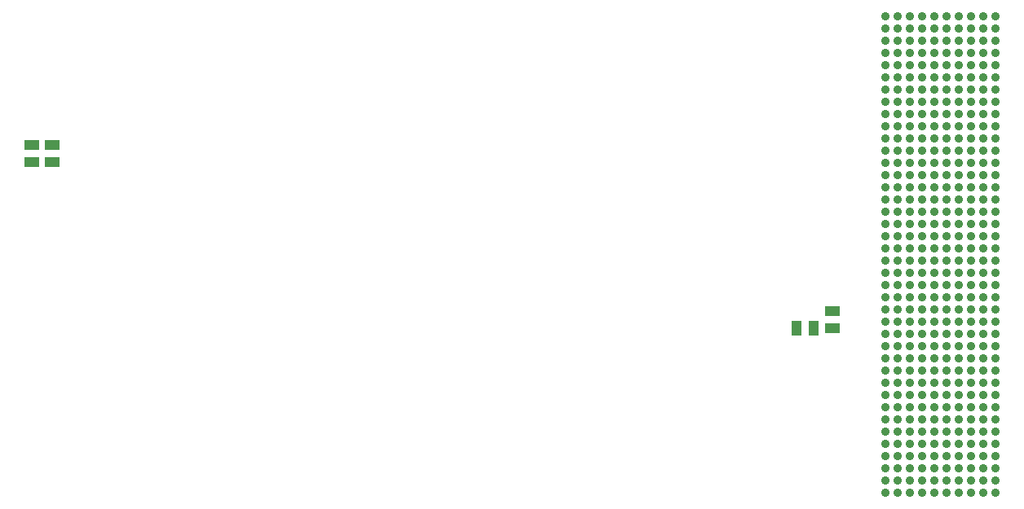
<source format=gbp>
G04 Layer_Color=128*
%FSLAX43Y43*%
%MOMM*%
G71*
G01*
G75*
%ADD17R,1.000X1.500*%
%ADD21R,1.500X1.000*%
%ADD99C,0.890*%
D17*
X224500Y54825D02*
D03*
X226300D02*
D03*
D21*
X228200Y56625D02*
D03*
Y54825D02*
D03*
X147225Y73900D02*
D03*
Y72100D02*
D03*
X145075Y73900D02*
D03*
Y72100D02*
D03*
D99*
X245140Y87270D02*
D03*
X243870D02*
D03*
X242600D02*
D03*
X241330D02*
D03*
X240060D02*
D03*
X238790D02*
D03*
X237520D02*
D03*
X236250D02*
D03*
X234980D02*
D03*
X233710D02*
D03*
X245140Y86000D02*
D03*
X243870D02*
D03*
X242600D02*
D03*
X241330D02*
D03*
X240060D02*
D03*
X238790D02*
D03*
X237520D02*
D03*
X236250D02*
D03*
X234980D02*
D03*
X233710D02*
D03*
X245140Y84730D02*
D03*
X243870D02*
D03*
X242600D02*
D03*
X241330D02*
D03*
X240060D02*
D03*
X238790D02*
D03*
X237520D02*
D03*
X236250D02*
D03*
X234980D02*
D03*
X233710D02*
D03*
X245140Y83460D02*
D03*
X243870D02*
D03*
X242600D02*
D03*
X241330D02*
D03*
X240060D02*
D03*
X238790D02*
D03*
X237520D02*
D03*
X236250D02*
D03*
X234980D02*
D03*
X233710D02*
D03*
X245140Y82190D02*
D03*
X243870D02*
D03*
X242600D02*
D03*
X241330D02*
D03*
X240060D02*
D03*
X238790D02*
D03*
X237520D02*
D03*
X236250D02*
D03*
X234980D02*
D03*
X233710D02*
D03*
X245140Y80920D02*
D03*
X243870D02*
D03*
X242600D02*
D03*
X241330D02*
D03*
X240060D02*
D03*
X238790D02*
D03*
X237520D02*
D03*
X236250D02*
D03*
X234980D02*
D03*
X233710D02*
D03*
X245140Y79650D02*
D03*
X243870D02*
D03*
X242600D02*
D03*
X241330D02*
D03*
X240060D02*
D03*
X238790D02*
D03*
X237520D02*
D03*
X236250D02*
D03*
X234980D02*
D03*
X233710D02*
D03*
X245140Y78380D02*
D03*
X243870D02*
D03*
X242600D02*
D03*
X241330D02*
D03*
X240060D02*
D03*
X238790D02*
D03*
X237520D02*
D03*
X236250D02*
D03*
X234980D02*
D03*
X233710D02*
D03*
X245140Y77110D02*
D03*
X243870D02*
D03*
X242600D02*
D03*
X241330D02*
D03*
X240060D02*
D03*
X238790D02*
D03*
X237520D02*
D03*
X236250D02*
D03*
X234980D02*
D03*
X233710D02*
D03*
X245140Y75840D02*
D03*
X243870D02*
D03*
X242600D02*
D03*
X241330D02*
D03*
X240060D02*
D03*
X238790D02*
D03*
X237520D02*
D03*
X236250D02*
D03*
X234980D02*
D03*
X233710D02*
D03*
X245140Y74570D02*
D03*
X243870D02*
D03*
X242600D02*
D03*
X241330D02*
D03*
X240060D02*
D03*
X238790D02*
D03*
X237520D02*
D03*
X236250D02*
D03*
X234980D02*
D03*
X233710D02*
D03*
X245140Y73300D02*
D03*
X243870D02*
D03*
X242600D02*
D03*
X241330D02*
D03*
X240060D02*
D03*
X238790D02*
D03*
X237520D02*
D03*
X236250D02*
D03*
X234980D02*
D03*
X233710D02*
D03*
X245140Y72030D02*
D03*
X243870D02*
D03*
X242600D02*
D03*
X241330D02*
D03*
X240060D02*
D03*
X238790D02*
D03*
X237520D02*
D03*
X236250D02*
D03*
X234980D02*
D03*
X233710D02*
D03*
X245140Y70760D02*
D03*
X243870D02*
D03*
X242600D02*
D03*
X241330D02*
D03*
X240060D02*
D03*
X238790D02*
D03*
X237520D02*
D03*
X236250D02*
D03*
X234980D02*
D03*
X233710D02*
D03*
X245140Y69490D02*
D03*
X243870D02*
D03*
X242600D02*
D03*
X241330D02*
D03*
X240060D02*
D03*
X238790D02*
D03*
X237520D02*
D03*
X236250D02*
D03*
X234980D02*
D03*
X233710D02*
D03*
X245140Y68220D02*
D03*
X243870D02*
D03*
X242600D02*
D03*
X241330D02*
D03*
X240060D02*
D03*
X238790D02*
D03*
X237520D02*
D03*
X236250D02*
D03*
X234980D02*
D03*
X233710D02*
D03*
X245140Y66950D02*
D03*
X243870D02*
D03*
X242600D02*
D03*
X241330D02*
D03*
X240060D02*
D03*
X238790D02*
D03*
X237520D02*
D03*
X236250D02*
D03*
X234980D02*
D03*
X233710D02*
D03*
X245140Y65680D02*
D03*
X243870D02*
D03*
X242600D02*
D03*
X241330D02*
D03*
X240060D02*
D03*
X238790D02*
D03*
X237520D02*
D03*
X236250D02*
D03*
X234980D02*
D03*
X233710D02*
D03*
X245140Y64410D02*
D03*
X243870D02*
D03*
X242600D02*
D03*
X241330D02*
D03*
X240060D02*
D03*
X238790D02*
D03*
X237520D02*
D03*
X236250D02*
D03*
X234980D02*
D03*
X233710D02*
D03*
X245140Y63140D02*
D03*
X243870D02*
D03*
X242600D02*
D03*
X241330D02*
D03*
X240060D02*
D03*
X238790D02*
D03*
X237520D02*
D03*
X236250D02*
D03*
X234980D02*
D03*
X233710D02*
D03*
X245140Y61870D02*
D03*
X243870D02*
D03*
X242600D02*
D03*
X241330D02*
D03*
X240060D02*
D03*
X238790D02*
D03*
X237520D02*
D03*
X236250D02*
D03*
X234980D02*
D03*
X233710D02*
D03*
X245140Y60600D02*
D03*
X243870D02*
D03*
X242600D02*
D03*
X241330D02*
D03*
X240060D02*
D03*
X238790D02*
D03*
X237520D02*
D03*
X236250D02*
D03*
X234980D02*
D03*
X233710D02*
D03*
X245140Y59330D02*
D03*
X243870D02*
D03*
X242600D02*
D03*
X241330D02*
D03*
X240060D02*
D03*
X238790D02*
D03*
X237520D02*
D03*
X236250D02*
D03*
X234980D02*
D03*
X233710D02*
D03*
X245140Y58060D02*
D03*
X243870D02*
D03*
X242600D02*
D03*
X241330D02*
D03*
X240060D02*
D03*
X238790D02*
D03*
X237520D02*
D03*
X236250D02*
D03*
X234980D02*
D03*
X233710D02*
D03*
X245140Y56790D02*
D03*
X243870D02*
D03*
X242600D02*
D03*
X241330D02*
D03*
X240060D02*
D03*
X238790D02*
D03*
X237520D02*
D03*
X236250D02*
D03*
X234980D02*
D03*
X233710D02*
D03*
X245140Y55520D02*
D03*
X243870D02*
D03*
X242600D02*
D03*
X241330D02*
D03*
X240060D02*
D03*
X238790D02*
D03*
X237520D02*
D03*
X236250D02*
D03*
X234980D02*
D03*
X233710D02*
D03*
X245140Y54250D02*
D03*
X243870D02*
D03*
X242600D02*
D03*
X241330D02*
D03*
X240060D02*
D03*
X238790D02*
D03*
X237520D02*
D03*
X236250D02*
D03*
X234980D02*
D03*
X233710D02*
D03*
X245140Y52980D02*
D03*
X243870D02*
D03*
X242600D02*
D03*
X241330D02*
D03*
X240060D02*
D03*
X238790D02*
D03*
X237520D02*
D03*
X236250D02*
D03*
X234980D02*
D03*
X233710D02*
D03*
X245140Y51710D02*
D03*
X243870D02*
D03*
X242600D02*
D03*
X241330D02*
D03*
X240060D02*
D03*
X238790D02*
D03*
X237520D02*
D03*
X236250D02*
D03*
X234980D02*
D03*
X233710D02*
D03*
X245140Y50440D02*
D03*
X243870D02*
D03*
X242600D02*
D03*
X241330D02*
D03*
X240060D02*
D03*
X238790D02*
D03*
X237520D02*
D03*
X236250D02*
D03*
X234980D02*
D03*
X233710D02*
D03*
X245140Y49170D02*
D03*
X243870D02*
D03*
X242600D02*
D03*
X241330D02*
D03*
X240060D02*
D03*
X238790D02*
D03*
X237520D02*
D03*
X236250D02*
D03*
X234980D02*
D03*
X233710D02*
D03*
X245140Y47900D02*
D03*
X243870D02*
D03*
X242600D02*
D03*
X241330D02*
D03*
X240060D02*
D03*
X238790D02*
D03*
X237520D02*
D03*
X236250D02*
D03*
X234980D02*
D03*
X233710D02*
D03*
X245140Y46630D02*
D03*
X243870D02*
D03*
X242600D02*
D03*
X241330D02*
D03*
X240060D02*
D03*
X238790D02*
D03*
X237520D02*
D03*
X236250D02*
D03*
X234980D02*
D03*
X233710D02*
D03*
X245140Y45360D02*
D03*
X243870D02*
D03*
X242600D02*
D03*
X241330D02*
D03*
X240060D02*
D03*
X238790D02*
D03*
X237520D02*
D03*
X236250D02*
D03*
X234980D02*
D03*
X233710D02*
D03*
X245140Y44090D02*
D03*
X243870D02*
D03*
X242600D02*
D03*
X241330D02*
D03*
X240060D02*
D03*
X238790D02*
D03*
X237520D02*
D03*
X236250D02*
D03*
X234980D02*
D03*
X233710D02*
D03*
X245140Y42820D02*
D03*
X243870D02*
D03*
X242600D02*
D03*
X241330D02*
D03*
X240060D02*
D03*
X238790D02*
D03*
X237520D02*
D03*
X236250D02*
D03*
X234980D02*
D03*
X233710D02*
D03*
X245140Y41550D02*
D03*
X243870D02*
D03*
X242600D02*
D03*
X241330D02*
D03*
X240060D02*
D03*
X238790D02*
D03*
X237520D02*
D03*
X236250D02*
D03*
X234980D02*
D03*
X233710D02*
D03*
X245140Y40280D02*
D03*
X243870D02*
D03*
X242600D02*
D03*
X241330D02*
D03*
X240060D02*
D03*
X238790D02*
D03*
X237520D02*
D03*
X236250D02*
D03*
X234980D02*
D03*
X233710D02*
D03*
X245140Y39010D02*
D03*
X243870D02*
D03*
X242600D02*
D03*
X241330D02*
D03*
X240060D02*
D03*
X238790D02*
D03*
X237520D02*
D03*
X236250D02*
D03*
X234980D02*
D03*
X233710D02*
D03*
X245140Y37740D02*
D03*
X243870D02*
D03*
X242600D02*
D03*
X241330D02*
D03*
X240060D02*
D03*
X238790D02*
D03*
X237520D02*
D03*
X236250D02*
D03*
X234980D02*
D03*
X233710D02*
D03*
M02*

</source>
